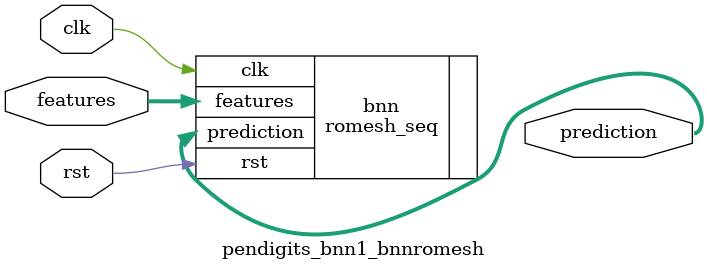
<source format=v>













module pendigits_bnn1_bnnromesh #(

parameter FEAT_CNT = 16,
parameter HIDDEN_CNT = 40,
parameter FEAT_BITS = 4,
parameter CLASS_CNT = 10,
parameter TEST_CNT = 1000


  ) (
  input clk,
  input rst,
  input [FEAT_CNT*FEAT_BITS-1:0] features,
  output [$clog2(CLASS_CNT)-1:0] prediction
  );

  localparam Weights0 = 640'b0101101001100011101101101101100110110001000001111010010111001000110110101111010101010001111100000110101111111000111000001101101000000011010100101110100101011010010010111010010010010101010110001011110100100011010011100001101100010110101111011010111110110001101100101111010110110101000010011110111110000101010111111100000110010010001111011111101111010000010100000101100101001010000110110100001111101100101100000010101110100100001101111011101011100101011010100101001111001010000111010000011100001011000000000010111100000101001110001010010100011110010010100110001001001011111110000001011011101101010100011111000001001101000110100010101101000010 ;
  localparam Weights1 = 400'b0000100000101111101101100001011000110000011110110111101011101100111100000000000001011101010001011000011110000100011101100111000000001111010000000110111100001000010010110010110110100000011111111101000010001000011011000111010110000010000010110101011011010111100111100010101011111110110001011100011000001010100011000011111010001111111000101011111010000101001111000111000011011001011111000001101001000001 ;

  romesh_seq #(.FEAT_CNT(FEAT_CNT),.FEAT_BITS(FEAT_BITS),.HIDDEN_CNT(HIDDEN_CNT),.CLASS_CNT(CLASS_CNT),.Weights0(Weights0),.Weights1(Weights1)) bnn (
    .clk(clk),
    .rst(rst),
    .features(features),
    .prediction(prediction)
  );

endmodule

</source>
